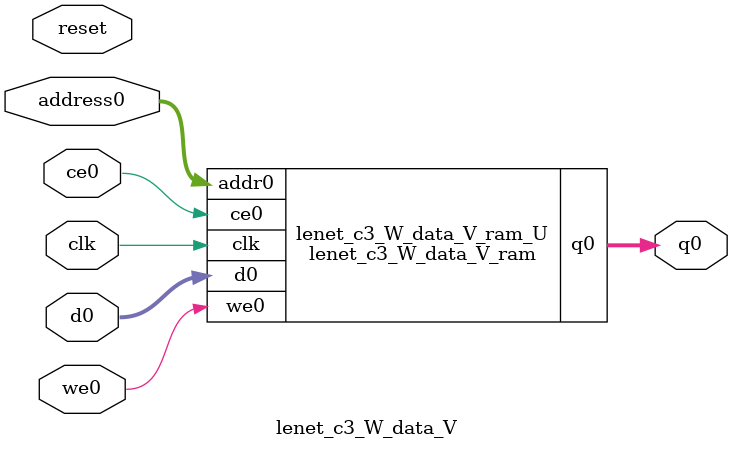
<source format=v>
`timescale 1 ns / 1 ps
module lenet_c3_W_data_V_ram (addr0, ce0, d0, we0, q0,  clk);

parameter DWIDTH = 16;
parameter AWIDTH = 12;
parameter MEM_SIZE = 2400;

input[AWIDTH-1:0] addr0;
input ce0;
input[DWIDTH-1:0] d0;
input we0;
output reg[DWIDTH-1:0] q0;
input clk;

(* ram_style = "block" *)reg [DWIDTH-1:0] ram[0:MEM_SIZE-1];




always @(posedge clk)  
begin 
    if (ce0) 
    begin
        if (we0) 
        begin 
            ram[addr0] <= d0; 
        end 
        q0 <= ram[addr0];
    end
end


endmodule

`timescale 1 ns / 1 ps
module lenet_c3_W_data_V(
    reset,
    clk,
    address0,
    ce0,
    we0,
    d0,
    q0);

parameter DataWidth = 32'd16;
parameter AddressRange = 32'd2400;
parameter AddressWidth = 32'd12;
input reset;
input clk;
input[AddressWidth - 1:0] address0;
input ce0;
input we0;
input[DataWidth - 1:0] d0;
output[DataWidth - 1:0] q0;



lenet_c3_W_data_V_ram lenet_c3_W_data_V_ram_U(
    .clk( clk ),
    .addr0( address0 ),
    .ce0( ce0 ),
    .we0( we0 ),
    .d0( d0 ),
    .q0( q0 ));

endmodule


</source>
